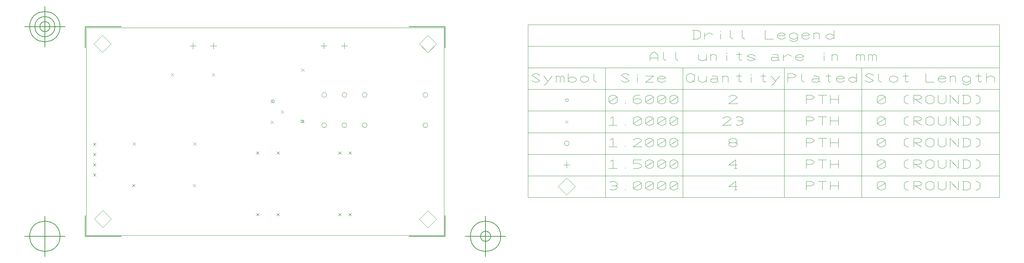
<source format=gbr>
G04 Generated by Ultiboard 13.0 *
%FSLAX34Y34*%
%MOMM*%

%ADD10C,0.0001*%
%ADD11C,0.1000*%
%ADD12C,0.0100*%
%ADD13C,0.1270*%


G04 ColorRGB 000000 for the following layer *
%LNDrill Symbols-Copper Top-Copper Bottom*%
%LPD*%
G54D11*
X263067Y547518D02*
X263067Y562518D01*
X255567Y555018D02*
X270567Y555018D01*
X313867Y547518D02*
X313867Y562518D01*
X306367Y555018D02*
X321367Y555018D01*
X114161Y316126D02*
X121232Y309055D01*
X114161Y309055D02*
X121232Y316126D01*
X264161Y316126D02*
X271232Y309055D01*
X264161Y309055D02*
X271232Y316126D01*
X112620Y213188D02*
X119691Y206117D01*
X112620Y206117D02*
X119691Y213188D01*
X262620Y213188D02*
X269691Y206117D01*
X262620Y206117D02*
X269691Y213188D01*
X581617Y358562D02*
G75*
D01*
G02X581617Y358562I6000J0*
G01*
X631617Y358562D02*
G75*
D01*
G02X631617Y358562I6000J0*
G01*
X831617Y358562D02*
G75*
D01*
G02X831617Y358562I6000J0*
G01*
X581617Y433562D02*
G75*
D01*
G02X581617Y433562I6000J0*
G01*
X631617Y433562D02*
G75*
D01*
G02X631617Y433562I6000J0*
G01*
X681617Y433562D02*
G75*
D01*
G02X681617Y433562I6000J0*
G01*
X831617Y433562D02*
G75*
D01*
G02X831617Y433562I6000J0*
G01*
X681617Y358562D02*
G75*
D01*
G02X681617Y358562I6000J0*
G01*
X16604Y238921D02*
X23675Y231850D01*
X16604Y231850D02*
X23675Y238921D01*
X16604Y264321D02*
X23675Y257250D01*
X16604Y257250D02*
X23675Y264321D01*
X16604Y289721D02*
X23675Y282650D01*
X16604Y282650D02*
X23675Y289721D01*
X16604Y315121D02*
X23675Y308050D01*
X16604Y308050D02*
X23675Y315121D01*
X455217Y369871D02*
X462288Y362800D01*
X455217Y362800D02*
X462288Y369871D01*
X480617Y395271D02*
X487688Y388200D01*
X480617Y388200D02*
X487688Y395271D01*
X455217Y420671D02*
X462288Y413600D01*
X455217Y413600D02*
X462288Y420671D01*
X208741Y487465D02*
X215812Y480394D01*
X208741Y480394D02*
X215812Y487465D01*
X310341Y487465D02*
X317412Y480394D01*
X310341Y480394D02*
X317412Y487465D01*
X530790Y371794D02*
X537861Y364723D01*
X530790Y364723D02*
X537861Y371794D01*
X530790Y498794D02*
X537861Y491723D01*
X530790Y491723D02*
X537861Y498794D01*
X586247Y547917D02*
X586247Y562917D01*
X578747Y555417D02*
X593747Y555417D01*
X637047Y547917D02*
X637047Y562917D01*
X629547Y555417D02*
X644547Y555417D01*
X843826Y538524D02*
X865039Y559737D01*
X843826Y580950D01*
X822613Y559737D01*
X843826Y538524D01*
X843804Y104916D02*
X865017Y126129D01*
X843804Y147342D01*
X822590Y126129D01*
X843804Y104916D01*
X40011Y105622D02*
X61224Y126835D01*
X40011Y148048D01*
X18798Y126835D01*
X40011Y105622D01*
X39757Y538581D02*
X60970Y559794D01*
X39757Y581007D01*
X18544Y559794D01*
X39757Y538581D01*
X647765Y293536D02*
X654836Y286465D01*
X647765Y286465D02*
X654836Y293536D01*
X622365Y293536D02*
X629436Y286465D01*
X622365Y286465D02*
X629436Y293536D01*
X469965Y293536D02*
X477036Y286465D01*
X469965Y286465D02*
X477036Y293536D01*
X419165Y293536D02*
X426236Y286465D01*
X419165Y286465D02*
X426236Y293536D01*
X647765Y141336D02*
X654836Y134265D01*
X647765Y134265D02*
X654836Y141336D01*
X622365Y141336D02*
X629436Y134265D01*
X622365Y134265D02*
X629436Y141336D01*
X419165Y141336D02*
X426236Y134265D01*
X419165Y134265D02*
X426236Y141336D01*
X469965Y141336D02*
X477036Y134265D01*
X469965Y134265D02*
X477036Y141336D01*
X1186866Y185629D02*
X1208079Y206842D01*
X1186866Y228055D01*
X1165653Y206842D01*
X1186866Y185629D01*
X1294533Y217556D02*
X1297866Y219699D01*
X1304533Y219699D01*
X1311199Y215413D01*
X1311199Y211128D01*
X1307866Y208985D01*
X1311199Y206842D01*
X1311199Y202556D01*
X1304533Y198271D01*
X1297866Y198271D01*
X1294533Y200413D01*
X1297866Y208985D02*
X1307866Y208985D01*
X1331199Y198271D02*
X1331199Y200413D01*
X1351199Y215413D02*
X1357866Y219699D01*
X1364533Y219699D01*
X1371199Y215413D01*
X1371199Y202556D01*
X1364533Y198271D01*
X1357866Y198271D01*
X1351199Y202556D01*
X1351199Y215413D01*
X1371199Y215413D02*
X1351199Y202556D01*
X1381199Y215413D02*
X1387866Y219699D01*
X1394533Y219699D01*
X1401199Y215413D01*
X1401199Y202556D01*
X1394533Y198271D01*
X1387866Y198271D01*
X1381199Y202556D01*
X1381199Y215413D01*
X1401199Y215413D02*
X1381199Y202556D01*
X1411199Y215413D02*
X1417866Y219699D01*
X1424533Y219699D01*
X1431199Y215413D01*
X1431199Y202556D01*
X1424533Y198271D01*
X1417866Y198271D01*
X1411199Y202556D01*
X1411199Y215413D01*
X1431199Y215413D02*
X1411199Y202556D01*
X1441199Y215413D02*
X1447866Y219699D01*
X1454533Y219699D01*
X1461199Y215413D01*
X1461199Y202556D01*
X1454533Y198271D01*
X1447866Y198271D01*
X1441199Y202556D01*
X1441199Y215413D01*
X1461199Y215413D02*
X1441199Y202556D01*
X1607199Y206842D02*
X1587199Y206842D01*
X1603866Y219699D01*
X1603866Y198271D01*
X1600533Y198271D02*
X1607199Y198271D01*
X1778199Y198271D02*
X1778199Y219699D01*
X1791533Y219699D01*
X1798199Y215413D01*
X1798199Y213271D01*
X1791533Y208985D01*
X1778199Y208985D01*
X1818199Y198271D02*
X1818199Y219699D01*
X1808199Y219699D02*
X1828199Y219699D01*
X1838199Y198271D02*
X1838199Y219699D01*
X1858199Y198271D02*
X1858199Y219699D01*
X1838199Y208985D02*
X1858199Y208985D01*
X1954199Y215413D02*
X1960866Y219699D01*
X1967533Y219699D01*
X1974199Y215413D01*
X1974199Y202556D01*
X1967533Y198271D01*
X1960866Y198271D01*
X1954199Y202556D01*
X1954199Y215413D01*
X1974199Y215413D02*
X1954199Y202556D01*
X2030866Y198271D02*
X2027533Y198271D01*
X2020866Y202556D01*
X2020866Y215413D01*
X2027533Y219699D01*
X2030866Y219699D01*
X2044199Y198271D02*
X2044199Y219699D01*
X2057533Y219699D01*
X2064199Y215413D01*
X2064199Y213271D01*
X2057533Y208985D01*
X2044199Y208985D01*
X2047533Y208985D02*
X2064199Y198271D01*
X2074199Y202556D02*
X2080866Y198271D01*
X2087533Y198271D01*
X2094199Y202556D01*
X2094199Y215413D01*
X2087533Y219699D01*
X2080866Y219699D01*
X2074199Y215413D01*
X2074199Y202556D01*
X2104199Y219699D02*
X2104199Y202556D01*
X2110866Y198271D01*
X2117533Y198271D01*
X2124199Y202556D01*
X2124199Y219699D01*
X2134199Y198271D02*
X2134199Y219699D01*
X2154199Y198271D01*
X2154199Y219699D01*
X2164199Y198271D02*
X2177533Y198271D01*
X2184199Y202556D01*
X2184199Y215413D01*
X2177533Y219699D01*
X2164199Y219699D01*
X2167533Y219699D02*
X2167533Y198271D01*
X2197533Y219699D02*
X2200866Y219699D01*
X2207533Y215413D01*
X2207533Y202556D01*
X2200866Y198271D01*
X2197533Y198271D01*
X1186866Y252768D02*
X1186866Y267768D01*
X1179366Y260268D02*
X1194366Y260268D01*
X1294533Y268840D02*
X1301199Y273126D01*
X1301199Y251697D01*
X1291199Y251697D02*
X1311199Y251697D01*
X1331199Y251697D02*
X1331199Y253840D01*
X1371199Y273126D02*
X1351199Y273126D01*
X1351199Y264554D01*
X1364533Y264554D01*
X1371199Y260268D01*
X1371199Y255983D01*
X1364533Y251697D01*
X1351199Y251697D01*
X1381199Y268840D02*
X1387866Y273126D01*
X1394533Y273126D01*
X1401199Y268840D01*
X1401199Y255983D01*
X1394533Y251697D01*
X1387866Y251697D01*
X1381199Y255983D01*
X1381199Y268840D01*
X1401199Y268840D02*
X1381199Y255983D01*
X1411199Y268840D02*
X1417866Y273126D01*
X1424533Y273126D01*
X1431199Y268840D01*
X1431199Y255983D01*
X1424533Y251697D01*
X1417866Y251697D01*
X1411199Y255983D01*
X1411199Y268840D01*
X1431199Y268840D02*
X1411199Y255983D01*
X1441199Y268840D02*
X1447866Y273126D01*
X1454533Y273126D01*
X1461199Y268840D01*
X1461199Y255983D01*
X1454533Y251697D01*
X1447866Y251697D01*
X1441199Y255983D01*
X1441199Y268840D01*
X1461199Y268840D02*
X1441199Y255983D01*
X1607199Y260268D02*
X1587199Y260268D01*
X1603866Y273126D01*
X1603866Y251697D01*
X1600533Y251697D02*
X1607199Y251697D01*
X1778199Y251697D02*
X1778199Y273126D01*
X1791533Y273126D01*
X1798199Y268840D01*
X1798199Y266697D01*
X1791533Y262411D01*
X1778199Y262411D01*
X1818199Y251697D02*
X1818199Y273126D01*
X1808199Y273126D02*
X1828199Y273126D01*
X1838199Y251697D02*
X1838199Y273126D01*
X1858199Y251697D02*
X1858199Y273126D01*
X1838199Y262411D02*
X1858199Y262411D01*
X1954199Y268840D02*
X1960866Y273126D01*
X1967533Y273126D01*
X1974199Y268840D01*
X1974199Y255983D01*
X1967533Y251697D01*
X1960866Y251697D01*
X1954199Y255983D01*
X1954199Y268840D01*
X1974199Y268840D02*
X1954199Y255983D01*
X2030866Y251697D02*
X2027533Y251697D01*
X2020866Y255983D01*
X2020866Y268840D01*
X2027533Y273126D01*
X2030866Y273126D01*
X2044199Y251697D02*
X2044199Y273126D01*
X2057533Y273126D01*
X2064199Y268840D01*
X2064199Y266697D01*
X2057533Y262411D01*
X2044199Y262411D01*
X2047533Y262411D02*
X2064199Y251697D01*
X2074199Y255983D02*
X2080866Y251697D01*
X2087533Y251697D01*
X2094199Y255983D01*
X2094199Y268840D01*
X2087533Y273126D01*
X2080866Y273126D01*
X2074199Y268840D01*
X2074199Y255983D01*
X2104199Y273126D02*
X2104199Y255983D01*
X2110866Y251697D01*
X2117533Y251697D01*
X2124199Y255983D01*
X2124199Y273126D01*
X2134199Y251697D02*
X2134199Y273126D01*
X2154199Y251697D01*
X2154199Y273126D01*
X2164199Y251697D02*
X2177533Y251697D01*
X2184199Y255983D01*
X2184199Y268840D01*
X2177533Y273126D01*
X2164199Y273126D01*
X2167533Y273126D02*
X2167533Y251697D01*
X2197533Y273126D02*
X2200866Y273126D01*
X2207533Y268840D01*
X2207533Y255983D01*
X2200866Y251697D01*
X2197533Y251697D01*
X1294533Y322266D02*
X1301199Y326552D01*
X1301199Y305123D01*
X1291199Y305123D02*
X1311199Y305123D01*
X1331199Y305123D02*
X1331199Y307266D01*
X1351199Y322266D02*
X1357866Y326552D01*
X1364533Y326552D01*
X1371199Y322266D01*
X1371199Y320123D01*
X1351199Y305123D01*
X1371199Y305123D01*
X1371199Y307266D01*
X1381199Y322266D02*
X1387866Y326552D01*
X1394533Y326552D01*
X1401199Y322266D01*
X1401199Y309409D01*
X1394533Y305123D01*
X1387866Y305123D01*
X1381199Y309409D01*
X1381199Y322266D01*
X1401199Y322266D02*
X1381199Y309409D01*
X1411199Y322266D02*
X1417866Y326552D01*
X1424533Y326552D01*
X1431199Y322266D01*
X1431199Y309409D01*
X1424533Y305123D01*
X1417866Y305123D01*
X1411199Y309409D01*
X1411199Y322266D01*
X1431199Y322266D02*
X1411199Y309409D01*
X1441199Y322266D02*
X1447866Y326552D01*
X1454533Y326552D01*
X1461199Y322266D01*
X1461199Y309409D01*
X1454533Y305123D01*
X1447866Y305123D01*
X1441199Y309409D01*
X1441199Y322266D01*
X1461199Y322266D02*
X1441199Y309409D01*
X1600533Y305123D02*
X1593866Y305123D01*
X1587199Y309409D01*
X1587199Y313695D01*
X1590533Y315838D01*
X1587199Y317981D01*
X1587199Y322266D01*
X1593866Y326552D01*
X1600533Y326552D01*
X1607199Y322266D01*
X1607199Y317981D01*
X1603866Y315838D01*
X1607199Y313695D01*
X1607199Y309409D01*
X1600533Y305123D01*
X1590533Y315838D02*
X1603866Y315838D01*
X1778199Y305123D02*
X1778199Y326552D01*
X1791533Y326552D01*
X1798199Y322266D01*
X1798199Y320123D01*
X1791533Y315838D01*
X1778199Y315838D01*
X1818199Y305123D02*
X1818199Y326552D01*
X1808199Y326552D02*
X1828199Y326552D01*
X1838199Y305123D02*
X1838199Y326552D01*
X1858199Y305123D02*
X1858199Y326552D01*
X1838199Y315838D02*
X1858199Y315838D01*
X1954199Y322266D02*
X1960866Y326552D01*
X1967533Y326552D01*
X1974199Y322266D01*
X1974199Y309409D01*
X1967533Y305123D01*
X1960866Y305123D01*
X1954199Y309409D01*
X1954199Y322266D01*
X1974199Y322266D02*
X1954199Y309409D01*
X2030866Y305123D02*
X2027533Y305123D01*
X2020866Y309409D01*
X2020866Y322266D01*
X2027533Y326552D01*
X2030866Y326552D01*
X2044199Y305123D02*
X2044199Y326552D01*
X2057533Y326552D01*
X2064199Y322266D01*
X2064199Y320123D01*
X2057533Y315838D01*
X2044199Y315838D01*
X2047533Y315838D02*
X2064199Y305123D01*
X2074199Y309409D02*
X2080866Y305123D01*
X2087533Y305123D01*
X2094199Y309409D01*
X2094199Y322266D01*
X2087533Y326552D01*
X2080866Y326552D01*
X2074199Y322266D01*
X2074199Y309409D01*
X2104199Y326552D02*
X2104199Y309409D01*
X2110866Y305123D01*
X2117533Y305123D01*
X2124199Y309409D01*
X2124199Y326552D01*
X2134199Y305123D02*
X2134199Y326552D01*
X2154199Y305123D01*
X2154199Y326552D01*
X2164199Y305123D02*
X2177533Y305123D01*
X2184199Y309409D01*
X2184199Y322266D01*
X2177533Y326552D01*
X2164199Y326552D01*
X2167533Y326552D02*
X2167533Y305123D01*
X2197533Y326552D02*
X2200866Y326552D01*
X2207533Y322266D01*
X2207533Y309409D01*
X2200866Y305123D01*
X2197533Y305123D01*
X1180866Y313695D02*
G75*
D01*
G02X1180866Y313695I6000J0*
G01*
X1294533Y375693D02*
X1301199Y379978D01*
X1301199Y358550D01*
X1291199Y358550D02*
X1311199Y358550D01*
X1331199Y358550D02*
X1331199Y360693D01*
X1351199Y375693D02*
X1357866Y379978D01*
X1364533Y379978D01*
X1371199Y375693D01*
X1371199Y362835D01*
X1364533Y358550D01*
X1357866Y358550D01*
X1351199Y362835D01*
X1351199Y375693D01*
X1371199Y375693D02*
X1351199Y362835D01*
X1381199Y375693D02*
X1387866Y379978D01*
X1394533Y379978D01*
X1401199Y375693D01*
X1401199Y362835D01*
X1394533Y358550D01*
X1387866Y358550D01*
X1381199Y362835D01*
X1381199Y375693D01*
X1401199Y375693D02*
X1381199Y362835D01*
X1411199Y375693D02*
X1417866Y379978D01*
X1424533Y379978D01*
X1431199Y375693D01*
X1431199Y362835D01*
X1424533Y358550D01*
X1417866Y358550D01*
X1411199Y362835D01*
X1411199Y375693D01*
X1431199Y375693D02*
X1411199Y362835D01*
X1441199Y375693D02*
X1447866Y379978D01*
X1454533Y379978D01*
X1461199Y375693D01*
X1461199Y362835D01*
X1454533Y358550D01*
X1447866Y358550D01*
X1441199Y362835D01*
X1441199Y375693D01*
X1461199Y375693D02*
X1441199Y362835D01*
X1572199Y375693D02*
X1578866Y379978D01*
X1585533Y379978D01*
X1592199Y375693D01*
X1592199Y373550D01*
X1572199Y358550D01*
X1592199Y358550D01*
X1592199Y360693D01*
X1605533Y377835D02*
X1608866Y379978D01*
X1615533Y379978D01*
X1622199Y375693D01*
X1622199Y371407D01*
X1618866Y369264D01*
X1622199Y367121D01*
X1622199Y362835D01*
X1615533Y358550D01*
X1608866Y358550D01*
X1605533Y360693D01*
X1608866Y369264D02*
X1618866Y369264D01*
X1778199Y358550D02*
X1778199Y379978D01*
X1791533Y379978D01*
X1798199Y375693D01*
X1798199Y373550D01*
X1791533Y369264D01*
X1778199Y369264D01*
X1818199Y358550D02*
X1818199Y379978D01*
X1808199Y379978D02*
X1828199Y379978D01*
X1838199Y358550D02*
X1838199Y379978D01*
X1858199Y358550D02*
X1858199Y379978D01*
X1838199Y369264D02*
X1858199Y369264D01*
X1954199Y375693D02*
X1960866Y379978D01*
X1967533Y379978D01*
X1974199Y375693D01*
X1974199Y362835D01*
X1967533Y358550D01*
X1960866Y358550D01*
X1954199Y362835D01*
X1954199Y375693D01*
X1974199Y375693D02*
X1954199Y362835D01*
X2030866Y358550D02*
X2027533Y358550D01*
X2020866Y362835D01*
X2020866Y375693D01*
X2027533Y379978D01*
X2030866Y379978D01*
X2044199Y358550D02*
X2044199Y379978D01*
X2057533Y379978D01*
X2064199Y375693D01*
X2064199Y373550D01*
X2057533Y369264D01*
X2044199Y369264D01*
X2047533Y369264D02*
X2064199Y358550D01*
X2074199Y362835D02*
X2080866Y358550D01*
X2087533Y358550D01*
X2094199Y362835D01*
X2094199Y375693D01*
X2087533Y379978D01*
X2080866Y379978D01*
X2074199Y375693D01*
X2074199Y362835D01*
X2104199Y379978D02*
X2104199Y362835D01*
X2110866Y358550D01*
X2117533Y358550D01*
X2124199Y362835D01*
X2124199Y379978D01*
X2134199Y358550D02*
X2134199Y379978D01*
X2154199Y358550D01*
X2154199Y379978D01*
X2164199Y358550D02*
X2177533Y358550D01*
X2184199Y362835D01*
X2184199Y375693D01*
X2177533Y379978D01*
X2164199Y379978D01*
X2167533Y379978D02*
X2167533Y358550D01*
X2197533Y379978D02*
X2200866Y379978D01*
X2207533Y375693D01*
X2207533Y362835D01*
X2200866Y358550D01*
X2197533Y358550D01*
X1183331Y370657D02*
X1190402Y363586D01*
X1183331Y363586D02*
X1190402Y370657D01*
X1291199Y429119D02*
X1297866Y433405D01*
X1304533Y433405D01*
X1311199Y429119D01*
X1311199Y416262D01*
X1304533Y411976D01*
X1297866Y411976D01*
X1291199Y416262D01*
X1291199Y429119D01*
X1311199Y429119D02*
X1291199Y416262D01*
X1331199Y411976D02*
X1331199Y414119D01*
X1367866Y433405D02*
X1357866Y433405D01*
X1351199Y429119D01*
X1351199Y420548D01*
X1351199Y416262D01*
X1357866Y411976D01*
X1364533Y411976D01*
X1371199Y416262D01*
X1371199Y420548D01*
X1364533Y424833D01*
X1357866Y424833D01*
X1351199Y420548D01*
X1381199Y429119D02*
X1387866Y433405D01*
X1394533Y433405D01*
X1401199Y429119D01*
X1401199Y416262D01*
X1394533Y411976D01*
X1387866Y411976D01*
X1381199Y416262D01*
X1381199Y429119D01*
X1401199Y429119D02*
X1381199Y416262D01*
X1411199Y429119D02*
X1417866Y433405D01*
X1424533Y433405D01*
X1431199Y429119D01*
X1431199Y416262D01*
X1424533Y411976D01*
X1417866Y411976D01*
X1411199Y416262D01*
X1411199Y429119D01*
X1431199Y429119D02*
X1411199Y416262D01*
X1441199Y429119D02*
X1447866Y433405D01*
X1454533Y433405D01*
X1461199Y429119D01*
X1461199Y416262D01*
X1454533Y411976D01*
X1447866Y411976D01*
X1441199Y416262D01*
X1441199Y429119D01*
X1461199Y429119D02*
X1441199Y416262D01*
X1587199Y429119D02*
X1593866Y433405D01*
X1600533Y433405D01*
X1607199Y429119D01*
X1607199Y426976D01*
X1587199Y411976D01*
X1607199Y411976D01*
X1607199Y414119D01*
X1778199Y411976D02*
X1778199Y433405D01*
X1791533Y433405D01*
X1798199Y429119D01*
X1798199Y426976D01*
X1791533Y422690D01*
X1778199Y422690D01*
X1818199Y411976D02*
X1818199Y433405D01*
X1808199Y433405D02*
X1828199Y433405D01*
X1838199Y411976D02*
X1838199Y433405D01*
X1858199Y411976D02*
X1858199Y433405D01*
X1838199Y422690D02*
X1858199Y422690D01*
X1954199Y429119D02*
X1960866Y433405D01*
X1967533Y433405D01*
X1974199Y429119D01*
X1974199Y416262D01*
X1967533Y411976D01*
X1960866Y411976D01*
X1954199Y416262D01*
X1954199Y429119D01*
X1974199Y429119D02*
X1954199Y416262D01*
X2030866Y411976D02*
X2027533Y411976D01*
X2020866Y416262D01*
X2020866Y429119D01*
X2027533Y433405D01*
X2030866Y433405D01*
X2044199Y411976D02*
X2044199Y433405D01*
X2057533Y433405D01*
X2064199Y429119D01*
X2064199Y426976D01*
X2057533Y422690D01*
X2044199Y422690D01*
X2047533Y422690D02*
X2064199Y411976D01*
X2074199Y416262D02*
X2080866Y411976D01*
X2087533Y411976D01*
X2094199Y416262D01*
X2094199Y429119D01*
X2087533Y433405D01*
X2080866Y433405D01*
X2074199Y429119D01*
X2074199Y416262D01*
X2104199Y433405D02*
X2104199Y416262D01*
X2110866Y411976D01*
X2117533Y411976D01*
X2124199Y416262D01*
X2124199Y433405D01*
X2134199Y411976D02*
X2134199Y433405D01*
X2154199Y411976D01*
X2154199Y433405D01*
X2164199Y411976D02*
X2177533Y411976D01*
X2184199Y416262D01*
X2184199Y429119D01*
X2177533Y433405D01*
X2164199Y433405D01*
X2167533Y433405D02*
X2167533Y411976D01*
X2197533Y433405D02*
X2200866Y433405D01*
X2207533Y429119D01*
X2207533Y416262D01*
X2200866Y411976D01*
X2197533Y411976D01*
G54D12*
X529351Y365640D02*
X535351Y365640D01*
X535351Y371640D01*
X529351Y371640D01*
X529351Y365640D01*
X457333Y415525D02*
X463333Y415525D01*
X463333Y421525D01*
X457333Y421525D01*
X457333Y415525D01*
X1183866Y417548D02*
X1189866Y417548D01*
X1189866Y423548D01*
X1183866Y423548D01*
X1183866Y417548D01*
G04 ColorRGB 00FFFF for the following layer *
%LNBoard Outline*%
%LPD*%
G54D10*
G54D11*
X0Y86150D02*
X883661Y86150D01*
X883661Y600000D01*
X0Y600000D01*
X0Y86150D01*
G54D13*
X-2783Y83589D02*
X-2783Y135484D01*
X-2783Y83589D02*
X86132Y83589D01*
X886366Y83589D02*
X797451Y83589D01*
X886366Y83589D02*
X886366Y135484D01*
X886366Y602540D02*
X886366Y550645D01*
X886366Y602540D02*
X797451Y602540D01*
X-2783Y602540D02*
X86132Y602540D01*
X-2783Y602540D02*
X-2783Y550645D01*
X-52783Y83589D02*
X-152783Y83589D01*
X-102783Y33589D02*
X-102783Y133589D01*
X-140283Y83589D02*
G75*
D01*
G02X-140283Y83589I37500J0*
G01*
X936366Y83589D02*
X1036366Y83589D01*
X986366Y33589D02*
X986366Y133589D01*
X948866Y83589D02*
G75*
D01*
G02X948866Y83589I37500J0*
G01*
X973866Y83589D02*
G75*
D01*
G02X973866Y83589I12500J0*
G01*
X-52783Y602540D02*
X-152783Y602540D01*
X-102783Y552540D02*
X-102783Y652540D01*
X-140283Y602540D02*
G75*
D01*
G02X-140283Y602540I37500J0*
G01*
X-127783Y602540D02*
G75*
D01*
G02X-127783Y602540I25000J0*
G01*
X-115283Y602540D02*
G75*
D01*
G02X-115283Y602540I12500J0*
G01*
G04 ColorRGB 66FFCC for the following layer *
%LNLegend Description*%
%LPD*%
G54D11*
X1091366Y180129D02*
X2256366Y180129D01*
X2256366Y607540D01*
X1091366Y607540D01*
X1091366Y180129D01*
X1282366Y500687D02*
X1282366Y180129D01*
X1473366Y500687D02*
X1473366Y180129D01*
X1724366Y500687D02*
X1724366Y180129D01*
X1915366Y500687D02*
X1915366Y180129D01*
X2256366Y500687D02*
X2256366Y180129D01*
X1091366Y233555D02*
X2256366Y233555D01*
X1091366Y286982D02*
X2256366Y286982D01*
X1091366Y340408D02*
X2256366Y340408D01*
X1091366Y393834D02*
X2256366Y393834D01*
X1100199Y469688D02*
X1106866Y465403D01*
X1113533Y465403D01*
X1120199Y469688D01*
X1100199Y482545D01*
X1106866Y486831D01*
X1113533Y486831D01*
X1120199Y482545D01*
X1130199Y458974D02*
X1133533Y458974D01*
X1150199Y480403D01*
X1130199Y480403D02*
X1140199Y467545D01*
X1160199Y465403D02*
X1160199Y478260D01*
X1160199Y480403D01*
X1160199Y478260D02*
X1163533Y480403D01*
X1166866Y480403D01*
X1170199Y478260D01*
X1173533Y480403D01*
X1176866Y480403D01*
X1180199Y478260D01*
X1180199Y465403D01*
X1170199Y478260D02*
X1170199Y465403D01*
X1190199Y469688D02*
X1196866Y465403D01*
X1203533Y465403D01*
X1210199Y469688D01*
X1210199Y473974D01*
X1203533Y478260D01*
X1196866Y478260D01*
X1190199Y473974D01*
X1190199Y486831D02*
X1190199Y465403D01*
X1220199Y469688D02*
X1226866Y465403D01*
X1233533Y465403D01*
X1240199Y469688D01*
X1240199Y476117D01*
X1233533Y480403D01*
X1226866Y480403D01*
X1220199Y476117D01*
X1220199Y469688D01*
X1253533Y486831D02*
X1253533Y469688D01*
X1260199Y465403D01*
X1091366Y447261D02*
X2256366Y447261D01*
X1321199Y469688D02*
X1327866Y465403D01*
X1334533Y465403D01*
X1341199Y469688D01*
X1321199Y482545D01*
X1327866Y486831D01*
X1334533Y486831D01*
X1341199Y482545D01*
X1361199Y465403D02*
X1361199Y478260D01*
X1361199Y482545D02*
X1361199Y484688D01*
X1381199Y480403D02*
X1401199Y480403D01*
X1381199Y465403D01*
X1401199Y465403D01*
X1431199Y469688D02*
X1424533Y465403D01*
X1417866Y465403D01*
X1411199Y469688D01*
X1411199Y476117D01*
X1417866Y480403D01*
X1424533Y480403D01*
X1431199Y476117D01*
X1427866Y473974D01*
X1411199Y473974D01*
X1482199Y469688D02*
X1488866Y465403D01*
X1495533Y465403D01*
X1502199Y469688D01*
X1502199Y482545D01*
X1495533Y486831D01*
X1488866Y486831D01*
X1482199Y482545D01*
X1482199Y469688D01*
X1495533Y469688D02*
X1502199Y465403D01*
X1512199Y480403D02*
X1512199Y469688D01*
X1518866Y465403D01*
X1525533Y465403D01*
X1532199Y469688D01*
X1532199Y480403D01*
X1532199Y469688D02*
X1532199Y465403D01*
X1545533Y480403D02*
X1555533Y480403D01*
X1558866Y478260D01*
X1558866Y467545D01*
X1555533Y465403D01*
X1545533Y465403D01*
X1542199Y467545D01*
X1542199Y471831D01*
X1545533Y473974D01*
X1558866Y473974D01*
X1558866Y467545D02*
X1562199Y465403D01*
X1572199Y465403D02*
X1572199Y478260D01*
X1572199Y480403D01*
X1572199Y478260D02*
X1575533Y480403D01*
X1582199Y480403D01*
X1585533Y478260D01*
X1585533Y465403D01*
X1618866Y467545D02*
X1615533Y465403D01*
X1612199Y467545D01*
X1612199Y486831D01*
X1605533Y480403D02*
X1618866Y480403D01*
X1642199Y465403D02*
X1642199Y478260D01*
X1642199Y482545D02*
X1642199Y484688D01*
X1678866Y467545D02*
X1675533Y465403D01*
X1672199Y467545D01*
X1672199Y486831D01*
X1665533Y480403D02*
X1678866Y480403D01*
X1692199Y458974D02*
X1695533Y458974D01*
X1712199Y480403D01*
X1692199Y480403D02*
X1702199Y467545D01*
X1733199Y465403D02*
X1733199Y486831D01*
X1746533Y486831D01*
X1753199Y482545D01*
X1753199Y480403D01*
X1746533Y476117D01*
X1733199Y476117D01*
X1766533Y486831D02*
X1766533Y469688D01*
X1773199Y465403D01*
X1796533Y480403D02*
X1806533Y480403D01*
X1809866Y478260D01*
X1809866Y467545D01*
X1806533Y465403D01*
X1796533Y465403D01*
X1793199Y467545D01*
X1793199Y471831D01*
X1796533Y473974D01*
X1809866Y473974D01*
X1809866Y467545D02*
X1813199Y465403D01*
X1839866Y467545D02*
X1836533Y465403D01*
X1833199Y467545D01*
X1833199Y486831D01*
X1826533Y480403D02*
X1839866Y480403D01*
X1873199Y469688D02*
X1866533Y465403D01*
X1859866Y465403D01*
X1853199Y469688D01*
X1853199Y476117D01*
X1859866Y480403D01*
X1866533Y480403D01*
X1873199Y476117D01*
X1869866Y473974D01*
X1853199Y473974D01*
X1903199Y469688D02*
X1896533Y465403D01*
X1889866Y465403D01*
X1883199Y469688D01*
X1883199Y473974D01*
X1889866Y478260D01*
X1896533Y478260D01*
X1903199Y473974D01*
X1903199Y486831D02*
X1903199Y465403D01*
X1924199Y469688D02*
X1930866Y465403D01*
X1937533Y465403D01*
X1944199Y469688D01*
X1924199Y482545D01*
X1930866Y486831D01*
X1937533Y486831D01*
X1944199Y482545D01*
X1957533Y486831D02*
X1957533Y469688D01*
X1964199Y465403D01*
X1984199Y469688D02*
X1990866Y465403D01*
X1997533Y465403D01*
X2004199Y469688D01*
X2004199Y476117D01*
X1997533Y480403D01*
X1990866Y480403D01*
X1984199Y476117D01*
X1984199Y469688D01*
X2030866Y467545D02*
X2027533Y465403D01*
X2024199Y467545D01*
X2024199Y486831D01*
X2017533Y480403D02*
X2030866Y480403D01*
X2074199Y486831D02*
X2074199Y465403D01*
X2094199Y465403D01*
X2124199Y469688D02*
X2117533Y465403D01*
X2110866Y465403D01*
X2104199Y469688D01*
X2104199Y476117D01*
X2110866Y480403D01*
X2117533Y480403D01*
X2124199Y476117D01*
X2120866Y473974D01*
X2104199Y473974D01*
X2134199Y465403D02*
X2134199Y478260D01*
X2134199Y480403D01*
X2134199Y478260D02*
X2137533Y480403D01*
X2144199Y480403D01*
X2147533Y478260D01*
X2147533Y465403D01*
X2164199Y463260D02*
X2170866Y458974D01*
X2177533Y458974D01*
X2184199Y463260D01*
X2184199Y469688D01*
X2184199Y476117D01*
X2177533Y480403D01*
X2170866Y480403D01*
X2164199Y476117D01*
X2164199Y469688D01*
X2170866Y465403D01*
X2177533Y465403D01*
X2184199Y469688D01*
X2210866Y467545D02*
X2207533Y465403D01*
X2204199Y467545D01*
X2204199Y486831D01*
X2197533Y480403D02*
X2210866Y480403D01*
X2224199Y476117D02*
X2230866Y480403D01*
X2237533Y480403D01*
X2244199Y476117D01*
X2244199Y465403D01*
X2224199Y486831D02*
X2224199Y465403D01*
X1091366Y500687D02*
X2256366Y500687D01*
X1392199Y518829D02*
X1392199Y531686D01*
X1398866Y540258D01*
X1405533Y540258D01*
X1412199Y531686D01*
X1412199Y518829D01*
X1392199Y525258D02*
X1412199Y525258D01*
X1425533Y540258D02*
X1425533Y523115D01*
X1432199Y518829D01*
X1455533Y540258D02*
X1455533Y523115D01*
X1462199Y518829D01*
X1512199Y533829D02*
X1512199Y523115D01*
X1518866Y518829D01*
X1525533Y518829D01*
X1532199Y523115D01*
X1532199Y533829D01*
X1532199Y523115D02*
X1532199Y518829D01*
X1542199Y518829D02*
X1542199Y531686D01*
X1542199Y533829D01*
X1542199Y531686D02*
X1545533Y533829D01*
X1552199Y533829D01*
X1555533Y531686D01*
X1555533Y518829D01*
X1582199Y518829D02*
X1582199Y531686D01*
X1582199Y535972D02*
X1582199Y538115D01*
X1618866Y520972D02*
X1615533Y518829D01*
X1612199Y520972D01*
X1612199Y540258D01*
X1605533Y533829D02*
X1618866Y533829D01*
X1632199Y523115D02*
X1638866Y518829D01*
X1645533Y518829D01*
X1652199Y523115D01*
X1632199Y529543D01*
X1638866Y533829D01*
X1645533Y533829D01*
X1652199Y529543D01*
X1695533Y533829D02*
X1705533Y533829D01*
X1708866Y531686D01*
X1708866Y520972D01*
X1705533Y518829D01*
X1695533Y518829D01*
X1692199Y520972D01*
X1692199Y525258D01*
X1695533Y527400D01*
X1708866Y527400D01*
X1708866Y520972D02*
X1712199Y518829D01*
X1722199Y527400D02*
X1732199Y533829D01*
X1735533Y533829D01*
X1742199Y529543D01*
X1722199Y518829D02*
X1722199Y533829D01*
X1772199Y523115D02*
X1765533Y518829D01*
X1758866Y518829D01*
X1752199Y523115D01*
X1752199Y529543D01*
X1758866Y533829D01*
X1765533Y533829D01*
X1772199Y529543D01*
X1768866Y527400D01*
X1752199Y527400D01*
X1822199Y518829D02*
X1822199Y531686D01*
X1822199Y535972D02*
X1822199Y538115D01*
X1842199Y518829D02*
X1842199Y531686D01*
X1842199Y533829D01*
X1842199Y531686D02*
X1845533Y533829D01*
X1852199Y533829D01*
X1855533Y531686D01*
X1855533Y518829D01*
X1902199Y518829D02*
X1902199Y531686D01*
X1902199Y533829D01*
X1902199Y531686D02*
X1905533Y533829D01*
X1908866Y533829D01*
X1912199Y531686D01*
X1915533Y533829D01*
X1918866Y533829D01*
X1922199Y531686D01*
X1922199Y518829D01*
X1912199Y531686D02*
X1912199Y518829D01*
X1932199Y518829D02*
X1932199Y531686D01*
X1932199Y533829D01*
X1932199Y531686D02*
X1935533Y533829D01*
X1938866Y533829D01*
X1942199Y531686D01*
X1945533Y533829D01*
X1948866Y533829D01*
X1952199Y531686D01*
X1952199Y518829D01*
X1942199Y531686D02*
X1942199Y518829D01*
X1091366Y554114D02*
X2256366Y554114D01*
X1497199Y572255D02*
X1510533Y572255D01*
X1517199Y576541D01*
X1517199Y589398D01*
X1510533Y593684D01*
X1497199Y593684D01*
X1500533Y593684D02*
X1500533Y572255D01*
X1527199Y580827D02*
X1537199Y587255D01*
X1540533Y587255D01*
X1547199Y582970D01*
X1527199Y572255D02*
X1527199Y587255D01*
X1567199Y572255D02*
X1567199Y585113D01*
X1567199Y589398D02*
X1567199Y591541D01*
X1590533Y593684D02*
X1590533Y576541D01*
X1597199Y572255D01*
X1620533Y593684D02*
X1620533Y576541D01*
X1627199Y572255D01*
X1677199Y593684D02*
X1677199Y572255D01*
X1697199Y572255D01*
X1727199Y576541D02*
X1720533Y572255D01*
X1713866Y572255D01*
X1707199Y576541D01*
X1707199Y582970D01*
X1713866Y587255D01*
X1720533Y587255D01*
X1727199Y582970D01*
X1723866Y580827D01*
X1707199Y580827D01*
X1737199Y570113D02*
X1743866Y565827D01*
X1750533Y565827D01*
X1757199Y570113D01*
X1757199Y576541D01*
X1757199Y582970D01*
X1750533Y587255D01*
X1743866Y587255D01*
X1737199Y582970D01*
X1737199Y576541D01*
X1743866Y572255D01*
X1750533Y572255D01*
X1757199Y576541D01*
X1787199Y576541D02*
X1780533Y572255D01*
X1773866Y572255D01*
X1767199Y576541D01*
X1767199Y582970D01*
X1773866Y587255D01*
X1780533Y587255D01*
X1787199Y582970D01*
X1783866Y580827D01*
X1767199Y580827D01*
X1797199Y572255D02*
X1797199Y585113D01*
X1797199Y587255D01*
X1797199Y585113D02*
X1800533Y587255D01*
X1807199Y587255D01*
X1810533Y585113D01*
X1810533Y572255D01*
X1847199Y576541D02*
X1840533Y572255D01*
X1833866Y572255D01*
X1827199Y576541D01*
X1827199Y580827D01*
X1833866Y585113D01*
X1840533Y585113D01*
X1847199Y580827D01*
X1847199Y593684D02*
X1847199Y572255D01*

M02*

</source>
